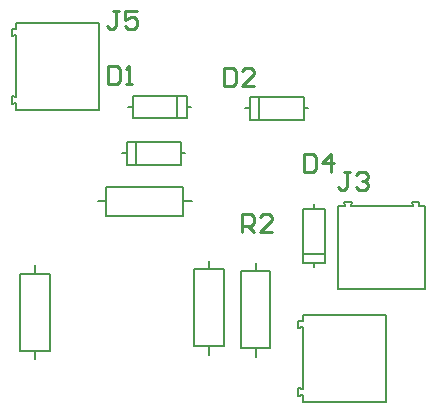
<source format=gto>
G04*
G04 #@! TF.GenerationSoftware,Altium Limited,Altium Designer,23.3.1 (30)*
G04*
G04 Layer_Color=65535*
%FSLAX44Y44*%
%MOMM*%
G71*
G04*
G04 #@! TF.SameCoordinates,7B0CC697-CB82-4889-8CF9-0E38B3BB7E85*
G04*
G04*
G04 #@! TF.FilePolarity,Positive*
G04*
G01*
G75*
%ADD10C,0.2000*%
%ADD11C,0.2540*%
D10*
X263450Y613580D02*
X333450D01*
X263450Y539580D02*
X333450D01*
Y613580D01*
X259450Y544630D02*
Y551130D01*
Y544630D02*
X263450Y545380D01*
X259450Y551130D02*
X263450Y550380D01*
Y539580D02*
Y545380D01*
X259450Y602030D02*
X263450Y602780D01*
X259450Y608530D02*
X263450Y607780D01*
X259450Y602030D02*
Y608530D01*
X263450Y607780D02*
Y613580D01*
Y550380D02*
Y602780D01*
X506300Y366390D02*
X576300D01*
X506300Y292390D02*
X576300D01*
Y366390D01*
X502300Y297440D02*
Y303940D01*
Y297440D02*
X506300Y298190D01*
X502300Y303940D02*
X506300Y303190D01*
Y292390D02*
Y298190D01*
X502300Y354840D02*
X506300Y355590D01*
X502300Y361340D02*
X506300Y360590D01*
X502300Y354840D02*
Y361340D01*
X506300Y360590D02*
Y366390D01*
Y303190D02*
Y355590D01*
X461070Y550570D02*
X506670D01*
Y531470D02*
Y550570D01*
X461070Y531470D02*
X506670D01*
X461070D02*
Y550570D01*
X468870Y532470D02*
Y549570D01*
X457070Y541020D02*
X461070D01*
X506670D02*
X510670D01*
X356930Y512470D02*
X402530D01*
Y493370D02*
Y512470D01*
X356930Y493370D02*
X402530D01*
X356930D02*
Y512470D01*
X364730Y494370D02*
Y511470D01*
X352930Y502920D02*
X356930D01*
X402530D02*
X406530D01*
X358010Y542290D02*
X362010D01*
X407610D02*
X411610D01*
X399810Y533740D02*
Y550840D01*
X407610Y532740D02*
Y551840D01*
X362010D02*
X407610D01*
X362010Y532740D02*
Y551840D01*
Y532740D02*
X407610D01*
X515620Y455870D02*
Y459870D01*
Y406270D02*
Y410270D01*
X507070Y418070D02*
X524170D01*
X506070Y410270D02*
X525170D01*
Y455870D01*
X506070D02*
X525170D01*
X506070Y410270D02*
Y455870D01*
X466090Y330620D02*
Y337870D01*
Y402870D02*
Y410120D01*
X453590Y402870D02*
X478590D01*
X453590Y337870D02*
Y402870D01*
Y337870D02*
X478590D01*
Y402870D01*
X546570Y457910D02*
X598970D01*
X603970D02*
X609770D01*
X598220Y461910D02*
X604720D01*
X603970Y457910D02*
X604720Y461910D01*
X598220D02*
X598970Y457910D01*
X535770D02*
X541570D01*
X546570D02*
X547320Y461910D01*
X540820D02*
X541570Y457910D01*
X540820Y461910D02*
X547320D01*
X535770Y387910D02*
X609770D01*
X535770D02*
Y457910D01*
X609770Y387910D02*
Y457910D01*
X279400Y400800D02*
Y408050D01*
Y328550D02*
Y335800D01*
X266900D02*
X291900D01*
Y400800D01*
X266900D02*
X291900D01*
X266900Y335800D02*
Y400800D01*
X426720Y332360D02*
Y339610D01*
Y404610D02*
Y411860D01*
X414220Y404610D02*
X439220D01*
X414220Y339610D02*
Y404610D01*
Y339610D02*
X439220D01*
Y404610D01*
X332360Y462280D02*
X339610D01*
X404610D02*
X411860D01*
X404610Y449780D02*
Y474780D01*
X339610D02*
X404610D01*
X339610Y449780D02*
Y474780D01*
Y449780D02*
X404610D01*
D11*
X350521Y623568D02*
X345443D01*
X347982D01*
Y610872D01*
X345443Y608332D01*
X342903D01*
X340364Y610872D01*
X365756Y623568D02*
X355599D01*
Y615950D01*
X360677Y618489D01*
X363217D01*
X365756Y615950D01*
Y610872D01*
X363217Y608332D01*
X358138D01*
X355599Y610872D01*
X439424Y575308D02*
Y560073D01*
X447042D01*
X449581Y562612D01*
Y572768D01*
X447042Y575308D01*
X439424D01*
X464816Y560073D02*
X454659D01*
X464816Y570229D01*
Y572768D01*
X462277Y575308D01*
X457198D01*
X454659Y572768D01*
X454152Y436118D02*
Y451353D01*
X461769D01*
X464309Y448814D01*
Y443736D01*
X461769Y441196D01*
X454152D01*
X459230D02*
X464309Y436118D01*
X479544D02*
X469387D01*
X479544Y446275D01*
Y448814D01*
X477005Y451353D01*
X471926D01*
X469387Y448814D01*
X546097Y486913D02*
X541018D01*
X543558D01*
Y474217D01*
X541018Y471678D01*
X538479D01*
X535940Y474217D01*
X551175Y484374D02*
X553714Y486913D01*
X558793D01*
X561332Y484374D01*
Y481835D01*
X558793Y479296D01*
X556253D01*
X558793D01*
X561332Y476756D01*
Y474217D01*
X558793Y471678D01*
X553714D01*
X551175Y474217D01*
X506730Y502153D02*
Y486918D01*
X514347D01*
X516887Y489457D01*
Y499614D01*
X514347Y502153D01*
X506730D01*
X529583Y486918D02*
Y502153D01*
X521965Y494535D01*
X532122D01*
X341122Y576575D02*
Y561340D01*
X348740D01*
X351279Y563879D01*
Y574036D01*
X348740Y576575D01*
X341122D01*
X356357Y561340D02*
X361435D01*
X358896D01*
Y576575D01*
X356357Y574036D01*
M02*

</source>
